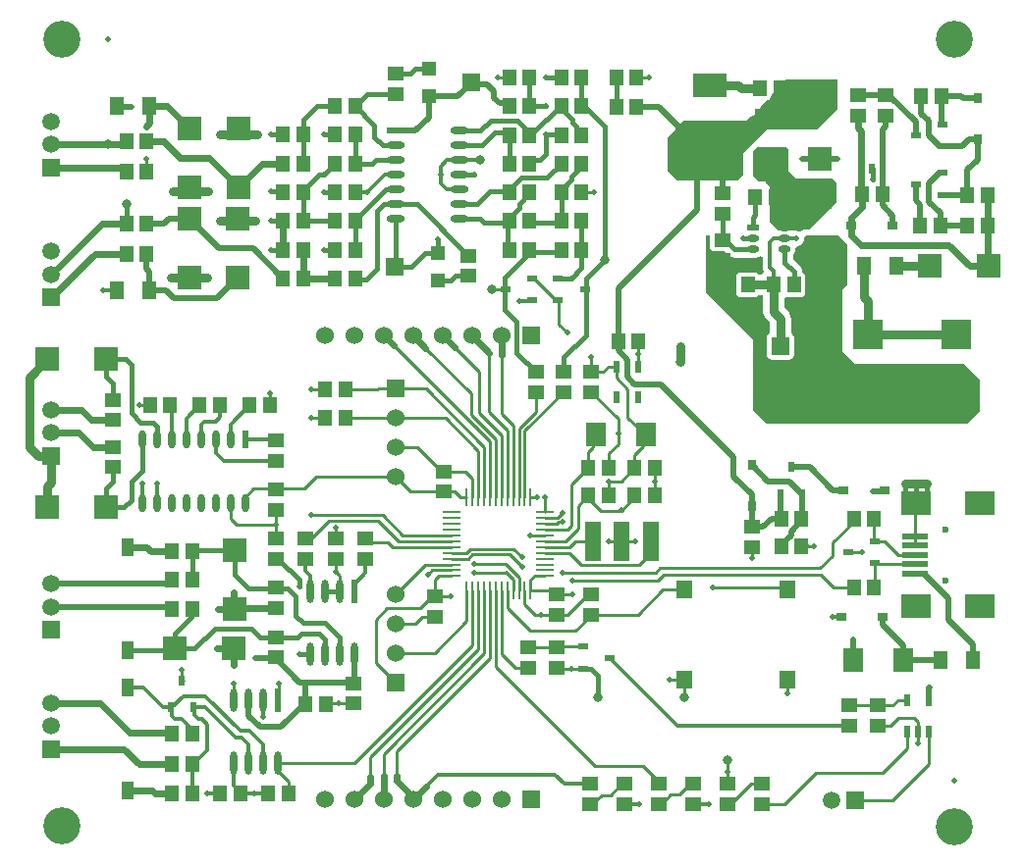
<source format=gtl>
G04 Layer_Physical_Order=1*
G04 Layer_Color=12566272*
%FSLAX25Y25*%
%MOIN*%
G70*
G01*
G75*
%ADD10C,0.03150*%
%ADD11R,0.04331X0.05905*%
%ADD12R,0.04724X0.06496*%
%ADD13R,0.04528X0.05315*%
%ADD14R,0.07874X0.07874*%
%ADD15R,0.05315X0.04528*%
%ADD16R,0.05905X0.06299*%
%ADD17R,0.04724X0.04724*%
%ADD18R,0.07874X0.07874*%
%ADD19R,0.03543X0.02362*%
%ADD20R,0.06299X0.02362*%
%ADD21O,0.06299X0.02362*%
%ADD22R,0.11811X0.07874*%
%ADD23R,0.02362X0.03543*%
%ADD24R,0.03347X0.02953*%
%ADD25R,0.02953X0.03347*%
%ADD26O,0.04134X0.02362*%
%ADD27R,0.04134X0.02362*%
%ADD28R,0.11024X0.07087*%
%ADD29R,0.06693X0.07874*%
%ADD30R,0.05512X0.13386*%
%ADD31R,0.01968X0.03937*%
%ADD32R,0.05512X0.05905*%
%ADD33R,0.09842X0.07874*%
%ADD34R,0.09055X0.01968*%
%ADD35R,0.02362X0.07874*%
%ADD36O,0.02362X0.07874*%
%ADD37O,0.02362X0.06299*%
%ADD38R,0.02362X0.06299*%
%ADD39O,0.06102X0.00984*%
%ADD40O,0.00984X0.06102*%
%ADD41C,0.01968*%
%ADD42C,0.01968*%
%ADD43C,0.01575*%
%ADD44C,0.01181*%
%ADD45C,0.01000*%
%ADD46C,0.02362*%
%ADD47C,0.03150*%
%ADD48C,0.00787*%
%ADD49C,0.00984*%
%ADD50C,0.12598*%
%ADD51R,0.05905X0.05905*%
%ADD52C,0.05905*%
%ADD53R,0.05905X0.05905*%
%ADD54R,0.09842X0.09842*%
%ADD55C,0.09842*%
%ADD56C,0.06000*%
%ADD57R,0.06000X0.06000*%
%ADD58R,0.06000X0.06000*%
%ADD59C,0.02362*%
G36*
X291042Y231005D02*
X291048Y230990D01*
X291553Y230332D01*
X292520Y229366D01*
Y217323D01*
X292520Y215748D01*
X290551Y213779D01*
Y193307D01*
X294882Y188976D01*
X332087Y188976D01*
X337402Y183661D01*
X337402Y179134D01*
X337402Y173003D01*
X333465Y168504D01*
X264961D01*
X260236Y173228D01*
Y197244D01*
X244488Y212992D01*
Y232677D01*
X245737D01*
Y228740D01*
X245859Y228126D01*
X246207Y227605D01*
X246728Y227257D01*
X247342Y227134D01*
X250824D01*
X252168Y225790D01*
X252744Y225349D01*
X253414Y225071D01*
X254134Y224976D01*
X261221D01*
X261940Y225071D01*
X262610Y225349D01*
X262773Y225474D01*
X263561Y225085D01*
Y221654D01*
X263649Y220986D01*
X263906Y220363D01*
X263955Y220020D01*
X263373Y219322D01*
X262108D01*
X261962Y219541D01*
X261441Y219889D01*
X260827Y220011D01*
X256299D01*
X255685Y219889D01*
X255164Y219541D01*
X254816Y219020D01*
X254694Y218406D01*
Y213091D01*
X254816Y212476D01*
X255164Y211955D01*
X255685Y211607D01*
X256299Y211485D01*
X260827D01*
X261441Y211607D01*
X261962Y211955D01*
X262108Y212174D01*
X263847D01*
Y206594D01*
X263969Y205669D01*
X264326Y204807D01*
X264894Y204067D01*
X266111Y202850D01*
Y199373D01*
X266071Y199365D01*
X265550Y199017D01*
X265202Y198496D01*
X265079Y197882D01*
Y191882D01*
X265202Y191268D01*
X265550Y190746D01*
X266071Y190399D01*
X266685Y190276D01*
X272685D01*
X273300Y190399D01*
X273820Y190746D01*
X274168Y191268D01*
X274291Y191882D01*
Y197882D01*
X274168Y198496D01*
X273820Y199017D01*
X273300Y199365D01*
X273259Y199373D01*
Y204331D01*
X273137Y205256D01*
X272780Y206118D01*
X272212Y206858D01*
X272212Y206858D01*
X270995Y208075D01*
Y211025D01*
X271782Y211538D01*
X272047Y211485D01*
X276575D01*
X277189Y211607D01*
X277710Y211955D01*
X278058Y212476D01*
X278181Y213091D01*
Y218406D01*
X278058Y219020D01*
X277710Y219541D01*
X277189Y219889D01*
X277091Y219909D01*
Y220177D01*
X276996Y220897D01*
X276718Y221567D01*
X276276Y222143D01*
X273941Y224478D01*
Y225735D01*
X274013Y225790D01*
X274454Y226366D01*
X274732Y227036D01*
X274827Y227756D01*
X274778Y228128D01*
X275028Y228598D01*
X275210Y228813D01*
X275392Y228941D01*
X275865Y229003D01*
X276487Y229261D01*
X277022Y229671D01*
X277432Y230205D01*
X277690Y230828D01*
X277778Y231496D01*
X277729Y231868D01*
X278247Y232655D01*
X278937D01*
X279105Y232677D01*
X289370D01*
X291042Y231005D01*
D02*
G37*
G36*
X272441Y261713D02*
Y254528D01*
X275000Y251969D01*
X287008D01*
X288583Y250394D01*
X288583Y243799D01*
X279468Y234684D01*
X279105D01*
X278975Y234658D01*
X278947Y234660D01*
X278937Y234662D01*
X278917D01*
X278843Y234667D01*
X278805Y234662D01*
X278247D01*
X278045Y234622D01*
X277840Y234621D01*
X277665Y234546D01*
X277479Y234509D01*
X277308Y234395D01*
X277119Y234315D01*
X276985Y234180D01*
X276827Y234074D01*
X276749Y233957D01*
X275943D01*
X275865Y233989D01*
X275197Y234077D01*
X273017D01*
X272767Y234181D01*
X272047Y234276D01*
X270276D01*
X269556Y234181D01*
X269305Y234077D01*
X268974D01*
X265945Y237106D01*
Y248819D01*
X266142Y249016D01*
X264764Y250394D01*
Y250787D01*
X262500D01*
X260433Y252854D01*
Y261138D01*
X261894Y262598D01*
X271555D01*
X272441Y261713D01*
D02*
G37*
G36*
X288976Y275590D02*
X281890Y268504D01*
X264961Y268504D01*
X257087Y260630D01*
X257087Y253150D01*
X255118Y251181D01*
X234646D01*
X231496Y254331D01*
Y265354D01*
X236614Y271654D01*
X259134Y271654D01*
X265109Y278444D01*
X265575Y278536D01*
X266096Y278884D01*
X266444Y279405D01*
X266566Y280020D01*
Y280099D01*
X271260Y285433D01*
X288976D01*
Y275590D01*
D02*
G37*
D10*
X207874Y75394D02*
D03*
X237106D02*
D03*
X251772Y54331D02*
D03*
X235827Y189370D02*
D03*
X210039Y224213D02*
D03*
X171555Y214173D02*
D03*
X41437Y263386D02*
D03*
X47736Y243209D02*
D03*
X167717Y258169D02*
D03*
D11*
X48031Y78937D02*
D03*
Y43898D02*
D03*
Y126575D02*
D03*
Y91535D02*
D03*
D12*
X324016Y88287D02*
D03*
X335039D02*
D03*
X55512Y276575D02*
D03*
X44488D02*
D03*
X55512Y213779D02*
D03*
X44488D02*
D03*
X298031Y222047D02*
D03*
X309055D02*
D03*
D13*
X100787Y266732D02*
D03*
X107677D02*
D03*
X100787Y256968D02*
D03*
X107677D02*
D03*
X100787Y247205D02*
D03*
X107677D02*
D03*
Y237441D02*
D03*
X100787D02*
D03*
Y227677D02*
D03*
X107677D02*
D03*
X100787Y217913D02*
D03*
X107677D02*
D03*
X118453Y276433D02*
D03*
X125343D02*
D03*
Y266732D02*
D03*
X118453D02*
D03*
Y256968D02*
D03*
X125343D02*
D03*
Y247205D02*
D03*
X118453D02*
D03*
Y237441D02*
D03*
X125343D02*
D03*
Y227677D02*
D03*
X118453D02*
D03*
Y217913D02*
D03*
X125343D02*
D03*
X47638Y264370D02*
D03*
X54527D02*
D03*
X47638Y254134D02*
D03*
X54527D02*
D03*
X47638Y236614D02*
D03*
X54528D02*
D03*
X47638Y226279D02*
D03*
X54527D02*
D03*
X177559Y286319D02*
D03*
X184449D02*
D03*
X195276D02*
D03*
X202165D02*
D03*
X177559Y276433D02*
D03*
X184449D02*
D03*
Y266682D02*
D03*
X177559D02*
D03*
X184449Y256931D02*
D03*
X177559D02*
D03*
X202165Y276433D02*
D03*
X195276D02*
D03*
Y266682D02*
D03*
X202165D02*
D03*
Y256931D02*
D03*
X195276D02*
D03*
X213976Y286319D02*
D03*
X220866D02*
D03*
X213976Y276181D02*
D03*
X220866D02*
D03*
X202165Y247180D02*
D03*
X195276D02*
D03*
X202165Y237428D02*
D03*
X195276D02*
D03*
X202165Y227677D02*
D03*
X195276D02*
D03*
X184449Y247180D02*
D03*
X177559D02*
D03*
X184449Y237428D02*
D03*
X177559D02*
D03*
X184449Y227677D02*
D03*
X177559D02*
D03*
X251673Y215748D02*
D03*
X258563D02*
D03*
X274311D02*
D03*
X267421D02*
D03*
X268012Y245669D02*
D03*
X261122D02*
D03*
X297342Y246457D02*
D03*
X304232D02*
D03*
X324311Y279921D02*
D03*
X317421D02*
D03*
X340059Y246063D02*
D03*
X333169D02*
D03*
X323917Y235827D02*
D03*
X317028D02*
D03*
X340059D02*
D03*
X333169D02*
D03*
X262697Y282677D02*
D03*
X269587D02*
D03*
X204429Y153543D02*
D03*
X211319D02*
D03*
X220177D02*
D03*
X227067D02*
D03*
X211319Y144095D02*
D03*
X204429D02*
D03*
X227067D02*
D03*
X220177D02*
D03*
X221457Y196555D02*
D03*
X214567D02*
D03*
X301476Y136221D02*
D03*
X294587D02*
D03*
X276870Y126772D02*
D03*
X269980D02*
D03*
X276870Y136221D02*
D03*
X269980D02*
D03*
X301476Y112894D02*
D03*
X294587D02*
D03*
X63090Y42913D02*
D03*
X69980D02*
D03*
Y53018D02*
D03*
X63090D02*
D03*
X69980Y63123D02*
D03*
X63090D02*
D03*
X69980Y105512D02*
D03*
X63090D02*
D03*
X69980Y115354D02*
D03*
X63090D02*
D03*
Y125197D02*
D03*
X69980D02*
D03*
X108366Y73327D02*
D03*
X115256D02*
D03*
X79429Y42913D02*
D03*
X86319D02*
D03*
X95768D02*
D03*
X102657D02*
D03*
X89468Y174803D02*
D03*
X96358D02*
D03*
X79429D02*
D03*
X72539D02*
D03*
X62500D02*
D03*
X55610D02*
D03*
X121949Y170472D02*
D03*
X115059D02*
D03*
X121949Y180315D02*
D03*
X115059D02*
D03*
D14*
X69193Y248858D02*
D03*
Y268858D02*
D03*
X85728Y268858D02*
D03*
Y248858D02*
D03*
X69193Y218150D02*
D03*
Y238150D02*
D03*
X85335D02*
D03*
Y218150D02*
D03*
X283071Y225433D02*
D03*
Y245433D02*
D03*
Y258504D02*
D03*
Y278504D02*
D03*
X84252Y125354D02*
D03*
Y105354D02*
D03*
D15*
X138878Y280610D02*
D03*
Y287500D02*
D03*
X163854Y225594D02*
D03*
Y218705D02*
D03*
X204921Y46063D02*
D03*
Y39173D02*
D03*
X216634Y46063D02*
D03*
Y39173D02*
D03*
X228346Y46063D02*
D03*
Y39173D02*
D03*
X240059Y46063D02*
D03*
Y39173D02*
D03*
X251772Y46063D02*
D03*
Y39173D02*
D03*
X263484D02*
D03*
Y46063D02*
D03*
X250000Y246752D02*
D03*
Y239862D02*
D03*
Y231004D02*
D03*
Y224114D02*
D03*
X295965Y273327D02*
D03*
Y280217D02*
D03*
X305512Y273327D02*
D03*
Y280217D02*
D03*
X186614Y179232D02*
D03*
Y186122D02*
D03*
X196063Y179232D02*
D03*
Y186122D02*
D03*
X205512Y179232D02*
D03*
Y186122D02*
D03*
X292913Y72736D02*
D03*
Y65847D02*
D03*
X302658Y72736D02*
D03*
Y65847D02*
D03*
X184153Y85532D02*
D03*
Y92421D02*
D03*
X193701Y85532D02*
D03*
Y92421D02*
D03*
Y103642D02*
D03*
Y110531D02*
D03*
X205217Y103642D02*
D03*
Y110531D02*
D03*
X259941Y126476D02*
D03*
Y133366D02*
D03*
X124705Y73425D02*
D03*
Y80315D02*
D03*
X128740Y129429D02*
D03*
Y122539D02*
D03*
X118635Y129429D02*
D03*
Y122539D02*
D03*
X108530Y129429D02*
D03*
Y122539D02*
D03*
X98425Y129429D02*
D03*
Y122539D02*
D03*
X152362Y102854D02*
D03*
Y109744D02*
D03*
X98425Y89075D02*
D03*
Y95965D02*
D03*
X43012Y176673D02*
D03*
Y169783D02*
D03*
X42913Y153740D02*
D03*
Y160630D02*
D03*
X98425Y162894D02*
D03*
Y156004D02*
D03*
Y146161D02*
D03*
Y139272D02*
D03*
Y112697D02*
D03*
Y105807D02*
D03*
X155512Y152264D02*
D03*
Y145374D02*
D03*
D16*
X164862Y284449D02*
D03*
X138787Y221925D02*
D03*
D17*
X150295Y289173D02*
D03*
Y279724D02*
D03*
X153354Y217201D02*
D03*
Y226650D02*
D03*
D18*
X40709Y140059D02*
D03*
X20709D02*
D03*
X40709Y190551D02*
D03*
X20709D02*
D03*
X320315Y222047D02*
D03*
X340315D02*
D03*
X64016Y92126D02*
D03*
X84016D02*
D03*
D19*
X194193Y217913D02*
D03*
Y210433D02*
D03*
X203248Y214173D02*
D03*
X185531Y210433D02*
D03*
Y217913D02*
D03*
X176476Y214173D02*
D03*
X324606Y262795D02*
D03*
Y270276D02*
D03*
X315551Y266535D02*
D03*
X324606Y246260D02*
D03*
Y253740D02*
D03*
X315551Y250000D02*
D03*
X202658Y92716D02*
D03*
Y85236D02*
D03*
X211713Y88976D02*
D03*
X301870Y121161D02*
D03*
Y128642D02*
D03*
X292815Y124902D02*
D03*
D20*
X139126Y268150D02*
D03*
D21*
Y263150D02*
D03*
Y258150D02*
D03*
Y253150D02*
D03*
Y248150D02*
D03*
Y243150D02*
D03*
Y238150D02*
D03*
X160583Y268150D02*
D03*
Y263150D02*
D03*
Y258150D02*
D03*
Y253150D02*
D03*
Y248150D02*
D03*
Y243150D02*
D03*
Y238150D02*
D03*
D22*
X245669Y283465D02*
D03*
Y259842D02*
D03*
D23*
X304528Y264370D02*
D03*
X297047D02*
D03*
X300787Y255315D02*
D03*
X269587Y144685D02*
D03*
X277067D02*
D03*
X273327Y153740D02*
D03*
X62795Y72244D02*
D03*
X70276D02*
D03*
X66535Y81299D02*
D03*
D24*
X307776Y235827D02*
D03*
X293799D02*
D03*
X290453Y102756D02*
D03*
X304429D02*
D03*
X305020Y145866D02*
D03*
X291043D02*
D03*
D25*
X336614Y279035D02*
D03*
Y265059D02*
D03*
X259941Y140551D02*
D03*
Y154528D02*
D03*
D26*
X271161Y235236D02*
D03*
Y231496D02*
D03*
Y227756D02*
D03*
X260335D02*
D03*
Y231496D02*
D03*
D27*
Y235236D02*
D03*
D28*
X266535Y272244D02*
D03*
Y257677D02*
D03*
D29*
X224114Y164961D02*
D03*
X207185D02*
D03*
X294390Y88189D02*
D03*
X311319D02*
D03*
D30*
X225689Y128543D02*
D03*
X215846D02*
D03*
X206004D02*
D03*
D31*
X221457Y187992D02*
D03*
X217717D02*
D03*
X213976D02*
D03*
Y177362D02*
D03*
X221457D02*
D03*
X312697Y63976D02*
D03*
X316437D02*
D03*
X320177D02*
D03*
Y74606D02*
D03*
X312697D02*
D03*
D32*
X272146Y81595D02*
D03*
Y112303D02*
D03*
X237106Y81595D02*
D03*
Y112303D02*
D03*
D33*
X315846Y141437D02*
D03*
Y106398D02*
D03*
X337500D02*
D03*
Y141437D02*
D03*
D34*
X315453Y130217D02*
D03*
Y127067D02*
D03*
Y123917D02*
D03*
Y120768D02*
D03*
Y117619D02*
D03*
D35*
X98976Y74410D02*
D03*
X124961Y111417D02*
D03*
D36*
X83976Y74410D02*
D03*
X93976D02*
D03*
X88976D02*
D03*
X93976Y53150D02*
D03*
X83976D02*
D03*
X98976D02*
D03*
X88976D02*
D03*
X114961Y90158D02*
D03*
X124961D02*
D03*
X109961D02*
D03*
X119961D02*
D03*
X114961Y111417D02*
D03*
X119961D02*
D03*
X109961D02*
D03*
D37*
X52973Y141634D02*
D03*
X57973D02*
D03*
X62972D02*
D03*
X67972D02*
D03*
X72973D02*
D03*
X77973D02*
D03*
X82973D02*
D03*
X87972D02*
D03*
X52973Y163091D02*
D03*
X57973D02*
D03*
X62972D02*
D03*
X67972D02*
D03*
X72973D02*
D03*
X77973D02*
D03*
X82973D02*
D03*
D38*
X87972D02*
D03*
D39*
X189862Y116732D02*
D03*
Y118701D02*
D03*
Y120669D02*
D03*
Y122638D02*
D03*
Y124606D02*
D03*
Y126575D02*
D03*
Y128543D02*
D03*
Y130512D02*
D03*
Y132480D02*
D03*
Y134449D02*
D03*
Y136417D02*
D03*
Y138386D02*
D03*
X158169D02*
D03*
Y136417D02*
D03*
Y134449D02*
D03*
Y132480D02*
D03*
Y130512D02*
D03*
Y128543D02*
D03*
Y126575D02*
D03*
Y124606D02*
D03*
Y122638D02*
D03*
Y120669D02*
D03*
Y118701D02*
D03*
Y116732D02*
D03*
D40*
X184843Y143405D02*
D03*
X182874D02*
D03*
X180905D02*
D03*
X178937D02*
D03*
X176969D02*
D03*
X175000D02*
D03*
X173031D02*
D03*
X171063D02*
D03*
X169095D02*
D03*
X167126D02*
D03*
X165157D02*
D03*
X163189D02*
D03*
Y111713D02*
D03*
X165157D02*
D03*
X167126D02*
D03*
X169095D02*
D03*
X171063D02*
D03*
X173031D02*
D03*
X175000D02*
D03*
X176969D02*
D03*
X178937D02*
D03*
X180905D02*
D03*
X182874D02*
D03*
X184843D02*
D03*
D41*
X328740Y47244D02*
D03*
X41339Y299213D02*
D03*
X235039Y259842D02*
D03*
X288976Y258661D02*
D03*
X277165D02*
D03*
X290945Y225433D02*
D03*
X277008D02*
D03*
X301181Y145669D02*
D03*
X294390Y95177D02*
D03*
X221457Y192028D02*
D03*
X214567Y165157D02*
D03*
X118701Y118110D02*
D03*
Y133071D02*
D03*
X66535Y84744D02*
D03*
X106299Y113091D02*
D03*
X259941Y122736D02*
D03*
X281102Y126870D02*
D03*
X277165Y140945D02*
D03*
X260039Y137303D02*
D03*
X198721Y217913D02*
D03*
X227067Y149016D02*
D03*
X206398Y247244D02*
D03*
X92028Y266933D02*
D03*
X96752Y227658D02*
D03*
X54429Y269685D02*
D03*
X54528Y258661D02*
D03*
X62835Y218150D02*
D03*
X75157D02*
D03*
X114567Y227658D02*
D03*
X154232Y253150D02*
D03*
X110236Y170374D02*
D03*
X272146Y76772D02*
D03*
X39665Y213779D02*
D03*
X49409Y276083D02*
D03*
X119587Y73622D02*
D03*
X231988Y81595D02*
D03*
X211417Y149016D02*
D03*
X195669Y118012D02*
D03*
X198917Y115256D02*
D03*
X197244Y199508D02*
D03*
X205512Y191240D02*
D03*
X316535Y59744D02*
D03*
X251772Y50197D02*
D03*
X215748Y139075D02*
D03*
X246654Y112697D02*
D03*
X320276Y78937D02*
D03*
X198819Y85236D02*
D03*
X150000Y117323D02*
D03*
X188386Y103543D02*
D03*
X198917Y110531D02*
D03*
X165551Y120965D02*
D03*
Y118012D02*
D03*
X184646Y130512D02*
D03*
X110236Y180315D02*
D03*
X165846Y253150D02*
D03*
X114567Y247047D02*
D03*
Y253150D02*
D03*
X90945Y42913D02*
D03*
X157874Y109843D02*
D03*
X106299Y90158D02*
D03*
X153445Y231299D02*
D03*
X190059Y266732D02*
D03*
Y276575D02*
D03*
X96752Y237598D02*
D03*
X75335Y247441D02*
D03*
X63287D02*
D03*
X79429Y237598D02*
D03*
X91240D02*
D03*
X129429Y247047D02*
D03*
X96752Y247441D02*
D03*
X99213Y80315D02*
D03*
X91339Y88976D02*
D03*
X83976Y86378D02*
D03*
X78583Y92126D02*
D03*
X83976Y111024D02*
D03*
X78583Y105354D02*
D03*
X83976Y80315D02*
D03*
X186909Y143405D02*
D03*
X189862D02*
D03*
X195669Y138189D02*
D03*
Y135039D02*
D03*
X297244Y124902D02*
D03*
X211319Y128543D02*
D03*
X220276D02*
D03*
X181988Y119783D02*
D03*
Y123031D02*
D03*
X110433Y137402D02*
D03*
X96752Y266933D02*
D03*
X114567D02*
D03*
X79528D02*
D03*
X181004Y210335D02*
D03*
X315551Y244488D02*
D03*
X275197Y231496D02*
D03*
X300886Y251575D02*
D03*
X286457Y170866D02*
D03*
X295748D02*
D03*
X305039D02*
D03*
X314331D02*
D03*
X323622D02*
D03*
Y187402D02*
D03*
X314331D02*
D03*
X305039D02*
D03*
X295748D02*
D03*
X288583Y193701D02*
D03*
Y203543D02*
D03*
Y213386D02*
D03*
X290945Y219685D02*
D03*
X277165Y170866D02*
D03*
X262598Y181693D02*
D03*
X255512Y204724D02*
D03*
X251181Y209055D02*
D03*
X246063Y216535D02*
D03*
X262598Y189370D02*
D03*
Y174016D02*
D03*
X260630Y200394D02*
D03*
X51968Y174803D02*
D03*
X96457Y178740D02*
D03*
X98425Y134153D02*
D03*
X173622Y286319D02*
D03*
X190059D02*
D03*
X225098D02*
D03*
X258268Y282677D02*
D03*
X253543Y283465D02*
D03*
X94095Y68898D02*
D03*
X221850Y39173D02*
D03*
X245472D02*
D03*
X287402Y102756D02*
D03*
X75197Y42913D02*
D03*
X324311Y274016D02*
D03*
X319291Y148031D02*
D03*
X315748D02*
D03*
X312205D02*
D03*
X235827Y194980D02*
D03*
X257087Y231496D02*
D03*
X52953Y148130D02*
D03*
X57973D02*
D03*
X258661Y222244D02*
D03*
D42*
X283071Y258504D02*
X283228Y258661D01*
X288976D01*
X282913D02*
X283071Y258504D01*
X277165Y258661D02*
X282913D01*
X241339Y241339D02*
Y252362D01*
X214567Y214567D02*
X241339Y241339D01*
X214567Y196555D02*
Y214567D01*
X245669Y256693D02*
Y259842D01*
X241339Y252362D02*
X245669Y256693D01*
X260433Y272244D02*
X266535D01*
X248031Y259842D02*
X260433Y272244D01*
X245669Y259842D02*
X248031D01*
X235039D02*
X244587D01*
X301181Y145669D02*
X304823D01*
X294390Y88189D02*
Y95177D01*
X295965Y280217D02*
X305512D01*
X295276D02*
X295965D01*
X305512D02*
X306398D01*
X315551Y271063D01*
Y266535D02*
Y271063D01*
X273228Y131890D02*
X277165Y135827D01*
X273228Y130610D02*
Y131890D01*
X269980Y127362D02*
X273228Y130610D01*
X269980Y126772D02*
Y127362D01*
X277165Y135827D02*
Y140945D01*
Y135039D02*
Y135827D01*
X277067Y141043D02*
X277165Y140945D01*
X277067Y141043D02*
Y144685D01*
X276870Y134744D02*
X277165Y135039D01*
X276870Y134744D02*
Y136221D01*
X253740Y150591D02*
Y157185D01*
X228937Y181988D02*
X253740Y157185D01*
Y150591D02*
X259941Y144390D01*
Y140551D02*
Y144390D01*
X273327Y153740D02*
X279626D01*
X287500Y145866D01*
X291043D01*
X272736Y149016D02*
X277067Y144685D01*
X265453Y149016D02*
X272736D01*
X259941Y154528D02*
X265453Y149016D01*
X266634Y136221D02*
X269980D01*
X263779Y133366D02*
X266634Y136221D01*
X259941Y133366D02*
X263779D01*
X269587Y136614D02*
X269980Y136221D01*
X269587Y136614D02*
Y144685D01*
X259941Y133366D02*
X260039Y133465D01*
Y137303D01*
X259941Y137402D02*
X260039Y137303D01*
X259941Y137402D02*
Y140551D01*
X244587Y259842D02*
X245669D01*
X228248Y276181D02*
X244587Y259842D01*
X220866Y276181D02*
X228248D01*
X90551Y228150D02*
X100787Y217913D01*
X61968Y238150D02*
X69193D01*
X60433Y236614D02*
X61968Y238150D01*
X54528Y236614D02*
X60433D01*
X78504Y211319D02*
X85335Y218150D01*
X63583Y211319D02*
X78504D01*
X61122Y213779D02*
X63583Y211319D01*
X55512Y213779D02*
X61122D01*
X55512D02*
Y220079D01*
X54527Y221063D02*
X55512Y220079D01*
X54527Y221063D02*
Y226279D01*
X326772Y101870D02*
Y109350D01*
X318503Y117619D02*
X326772Y109350D01*
X315453Y117619D02*
X318503D01*
X326772Y101870D02*
X335039Y93602D01*
Y88287D02*
Y93602D01*
X311319Y88189D02*
X311417Y88287D01*
X324016D01*
X311319Y88189D02*
Y93307D01*
X304429Y100197D02*
X311319Y93307D01*
X304429Y100197D02*
Y102756D01*
X44488Y276575D02*
X44980Y276083D01*
X49409D01*
X320177Y74606D02*
Y78839D01*
X150295Y272638D02*
Y279724D01*
X145807Y268150D02*
X150295Y272638D01*
X139126Y268150D02*
X145807D01*
X150295Y279724D02*
X160138D01*
X164272Y283858D02*
X170177D01*
X160138Y279724D02*
X164272Y283858D01*
X174311Y277362D02*
X177559D01*
X172441Y279232D02*
X174311Y277362D01*
X172441Y279232D02*
Y281594D01*
X170177Y283858D02*
X172441Y281594D01*
X91339Y88976D02*
X97933D01*
X98032Y89075D01*
X124961Y80847D02*
X125197Y80610D01*
X124961Y80847D02*
Y90158D01*
X88976Y69291D02*
Y74410D01*
X108366Y73622D02*
Y80512D01*
X108268Y80610D02*
X108366Y80512D01*
X108268Y80610D02*
X125197D01*
X98032Y89075D02*
X106496Y80610D01*
X108268D01*
X250000Y246752D02*
Y251575D01*
X249213Y252362D02*
X250000Y251575D01*
X249213Y252362D02*
Y256299D01*
X245669Y259842D02*
X249213Y256299D01*
X214567Y193405D02*
Y196555D01*
Y193405D02*
X217717Y190256D01*
Y187992D02*
Y190256D01*
Y184449D02*
Y187992D01*
Y184449D02*
X220177Y181988D01*
X228937D01*
X324803Y246063D02*
X333169D01*
X324606Y246260D02*
X324803Y246063D01*
X324016Y246260D02*
X324606D01*
X333661Y265059D02*
X336614D01*
X331398Y262795D02*
X333661Y265059D01*
X324606Y262795D02*
X331398D01*
X331791Y279035D02*
X336614D01*
X330906Y279921D02*
X331791Y279035D01*
X324311Y279921D02*
X330906D01*
X324311Y270571D02*
X324606Y270276D01*
X317421Y274016D02*
Y279921D01*
Y274016D02*
X319980Y271457D01*
X315453Y249902D02*
X315551Y250000D01*
X315453Y249902D02*
X315551Y249803D01*
Y244488D02*
Y249803D01*
Y244488D02*
X317028Y243012D01*
Y235827D02*
Y243012D01*
X281850Y278504D02*
X283071D01*
X275591Y272244D02*
X281850Y278504D01*
X266535Y272244D02*
X275591D01*
X269587Y279429D02*
Y282677D01*
X266535Y276378D02*
X269587Y279429D01*
X266535Y272244D02*
Y276378D01*
X305512Y269488D02*
Y273327D01*
X304528Y268504D02*
X305512Y269488D01*
X304528Y264370D02*
Y268504D01*
Y246752D02*
Y264370D01*
X304232Y246457D02*
X304528Y246752D01*
X304232Y242815D02*
Y246457D01*
Y242815D02*
X307776Y239272D01*
Y235827D02*
Y239272D01*
X333169Y246063D02*
Y254724D01*
X336614Y258169D01*
Y265059D01*
X319980Y266437D02*
Y271457D01*
Y266437D02*
X323622Y262795D01*
X324606D01*
X323917Y235827D02*
X333169D01*
X323917D02*
Y240059D01*
X320079Y243898D02*
X323917Y240059D01*
X320079Y243898D02*
Y250197D01*
X323622Y253740D01*
X324606D01*
X88976Y69291D02*
X92913Y65354D01*
X100098D01*
X108366Y73622D01*
X324311Y270571D02*
Y274016D01*
Y279921D01*
X69193Y238150D02*
X79193Y228150D01*
X90551D01*
X22047Y114173D02*
X61910D01*
X62697Y114961D01*
X22047Y106299D02*
X62008D01*
X62795Y105512D01*
D43*
X254134Y227756D02*
X260335D01*
X250886Y231004D02*
X254134Y227756D01*
X250000Y231004D02*
X250886D01*
X268012Y237303D02*
Y245669D01*
Y250984D01*
X266535Y252461D02*
X268012Y250984D01*
X266535Y252461D02*
Y257677D01*
X202658Y85236D02*
X205413D01*
X207874Y82776D01*
Y75394D02*
Y82776D01*
X106299Y113091D02*
Y115354D01*
X99114Y122539D02*
X106299Y115354D01*
X98425Y122539D02*
X99114D01*
X202165Y221358D02*
Y236811D01*
X198721Y217913D02*
X202165Y221358D01*
X42913Y148721D02*
Y154823D01*
X40709Y146516D02*
X42913Y148721D01*
X40709Y140059D02*
Y146516D01*
X49213Y142618D02*
Y148819D01*
X46654Y140059D02*
X49213Y142618D01*
X40709Y140059D02*
X46654D01*
X49213Y148819D02*
X52973Y152579D01*
X213976Y276181D02*
Y286319D01*
X171358Y271654D02*
X180315D01*
X167854Y268150D02*
X171358Y271654D01*
X96752Y227658D02*
X100768D01*
X112894Y253150D02*
X114634D01*
X107677Y247933D02*
X112894Y253150D01*
X107677Y237598D02*
Y247933D01*
X114634Y253150D02*
X118453Y256968D01*
X203543Y198524D02*
Y214173D01*
X196063Y191043D02*
X203543Y198524D01*
X196063Y186122D02*
Y191043D01*
X160583Y253150D02*
X165846D01*
X114567Y227618D02*
X118453D01*
X125343Y217618D02*
X129134D01*
X132579Y221063D01*
Y240748D01*
X134980Y243150D01*
X139126D01*
X149189Y226650D02*
X153354D01*
X144465Y221925D02*
X149189Y226650D01*
X138787Y221925D02*
X144465D01*
X139126Y222264D02*
Y238150D01*
X138787Y221925D02*
X139126Y222264D01*
X125343Y227618D02*
Y237618D01*
Y237842D01*
X135650Y248150D01*
X139126D01*
X125221Y276433D02*
X131791Y269862D01*
Y265945D02*
Y269862D01*
Y265945D02*
X134587Y263150D01*
X139126D01*
X125221Y257110D02*
Y266933D01*
X125000Y256890D02*
X125221Y257110D01*
X125000Y256890D02*
X131004D01*
X132264Y258150D01*
X139126D01*
X153354Y217201D02*
X157850D01*
X159354Y218705D01*
X163854D01*
X112358Y276433D02*
X118331D01*
X107677Y271752D02*
X112358Y276433D01*
X107677Y266732D02*
Y271752D01*
Y256890D02*
Y266732D01*
X107697Y237618D02*
X118453D01*
X107677Y237598D02*
X107697Y237618D01*
X283071Y245433D02*
Y245669D01*
X42913Y178248D02*
Y182283D01*
X40709Y184488D02*
X42913Y182283D01*
X40709Y184488D02*
Y190551D01*
X57973Y163091D02*
Y167618D01*
X52973Y152579D02*
Y163091D01*
X49213Y172047D02*
X52362Y168898D01*
X56693D01*
X57973Y167618D01*
X114961Y90158D02*
Y95276D01*
X112992Y97244D02*
X114961Y95276D01*
X107087Y97244D02*
X112992D01*
X105807Y95965D02*
X107087Y97244D01*
X98032Y95965D02*
X105807D01*
X119961Y90158D02*
Y95787D01*
X105118Y103150D02*
Y109843D01*
X102461Y112500D02*
X105118Y109843D01*
X89075Y112500D02*
X102461D01*
X84252Y117323D02*
X89075Y112500D01*
X84252Y117323D02*
Y125354D01*
X70138D02*
X84252D01*
X69980Y125197D02*
X70138Y125354D01*
X69980Y115354D02*
Y125197D01*
X69587Y114961D02*
X69980Y115354D01*
X69685Y102756D02*
Y105512D01*
X64016Y97087D02*
X69685Y102756D01*
X64016Y92126D02*
Y97087D01*
Y92126D02*
X70866D01*
X77559Y98819D01*
X90158D01*
X93012Y95965D01*
X98032D01*
X48031Y91535D02*
X63425D01*
X64016Y92126D01*
X114961Y111417D02*
X119961D01*
X106299Y90158D02*
X109961D01*
X160583Y243150D02*
X166870D01*
X171161Y247441D01*
X177165D01*
X160583Y238150D02*
X167854D01*
X169193Y236811D01*
X177165D01*
X177165Y226969D02*
Y236811D01*
X177165Y236811D01*
X184055Y226969D02*
X194882D01*
X195276Y226575D01*
X184055Y236811D02*
X195276D01*
X195276Y236811D01*
X153354Y226650D02*
Y231209D01*
X153445Y231299D01*
X40709Y190551D02*
X47244D01*
X49213Y188583D01*
Y172047D02*
Y188583D01*
X129398Y280610D02*
X138878D01*
X125221Y276433D02*
X129398Y280610D01*
X160583Y268150D02*
X167854D01*
X160583Y263150D02*
X168366D01*
X172736Y267520D01*
X177559D01*
Y258071D02*
Y267520D01*
X202165Y277362D02*
Y287992D01*
X184449Y258071D02*
X188091D01*
X190059Y260039D01*
Y266732D01*
X185236Y276575D02*
X190059D01*
X184449Y277362D02*
X185236Y276575D01*
X184449Y277362D02*
Y287598D01*
X190059Y266732D02*
X194783D01*
X96752Y247441D02*
X99606D01*
X250000Y231004D02*
Y239862D01*
X260335Y235236D02*
Y238681D01*
X261122Y239469D01*
Y245669D01*
X274311Y215748D02*
Y220177D01*
X271161Y223327D02*
X274311Y220177D01*
X271161Y223327D02*
Y227756D01*
X114567Y266933D02*
X118331D01*
X202165Y277362D02*
X210039Y269488D01*
X203543Y214173D02*
Y217717D01*
X210039Y224213D01*
Y269488D01*
X175984Y218110D02*
X184055Y226181D01*
Y226969D01*
X194488Y217913D02*
X198721D01*
X257087Y231496D02*
X260335D01*
X190059Y286319D02*
X195276D01*
X315748Y141536D02*
Y148031D01*
X319291Y144882D02*
Y148031D01*
X312205Y145079D02*
Y148031D01*
Y145079D02*
X315748Y141536D01*
X315846Y141437D01*
X266535Y257677D02*
X268406D01*
X195276Y275590D02*
X198917Y271949D01*
Y270768D02*
Y271949D01*
Y270768D02*
X202165Y267520D01*
X180315Y271654D02*
X185187Y266781D01*
X195276Y276870D01*
Y275590D02*
Y276870D01*
X177165Y247441D02*
X181791Y252067D01*
X190453D01*
X195669Y257283D01*
X184055Y246358D02*
Y247441D01*
X181004Y243307D02*
X184055Y246358D01*
X177165Y236811D02*
Y237992D01*
X181004Y241831D01*
Y243307D01*
X195276Y247180D02*
Y247835D01*
Y246752D02*
X195489Y246966D01*
X195276Y236811D02*
Y237428D01*
Y246752D01*
Y247835D02*
X198819Y251378D01*
Y252658D01*
X202559Y256398D01*
X180118Y192618D02*
X186614Y186122D01*
X180118Y192618D02*
Y203150D01*
X175984Y207283D02*
X180118Y203150D01*
X139126Y243150D02*
X146299D01*
X163854Y225594D01*
X96752Y266933D02*
X100587D01*
X100787Y266732D01*
X96752Y237598D02*
X96909Y237441D01*
X96752Y237598D02*
X100630D01*
X100787Y237441D01*
X114567Y247047D02*
X118504D01*
X138878Y287500D02*
X143996D01*
X145669Y289173D01*
X150295D01*
X105118Y103150D02*
X107579Y100689D01*
X115059D01*
X119961Y95787D01*
X300886Y251575D02*
Y255217D01*
X47736Y236713D02*
Y243209D01*
X175984Y207283D02*
Y214173D01*
Y218110D01*
D44*
X283071Y239370D02*
Y245433D01*
X278937Y235236D02*
X283071Y239370D01*
X271161Y235236D02*
X278937D01*
X270079D02*
X271161D01*
X268012Y237303D02*
X270079Y235236D01*
X62972Y163091D02*
Y174331D01*
X62500Y174803D02*
X62972Y174331D01*
X154232Y250197D02*
Y255984D01*
Y250197D02*
X156280Y248150D01*
X156398Y258150D02*
X160583D01*
X154232Y255984D02*
X156398Y258150D01*
X39665Y213779D02*
X44488D01*
X234842Y65847D02*
X292913D01*
X211713Y88976D02*
X234842Y65847D01*
X66929Y75984D02*
X74410D01*
X63189Y72244D02*
X66929Y75984D01*
X89370Y64173D02*
X93976Y59567D01*
Y53150D02*
Y59567D01*
X70669Y72047D02*
X74409D01*
X86614Y61811D02*
X88976Y59449D01*
Y53150D02*
Y59449D01*
X87972Y163091D02*
X97539D01*
X77973Y158642D02*
Y163091D01*
Y158642D02*
X80610Y156004D01*
X98425D01*
X72047Y68110D02*
X73228D01*
X70669Y69488D02*
X72047Y68110D01*
X70669Y69488D02*
Y72047D01*
X69980Y52362D02*
X75197Y57579D01*
Y66142D01*
X73228Y68110D02*
X75197Y66142D01*
X63189Y69095D02*
Y72244D01*
Y69095D02*
X64173Y68110D01*
X66535D01*
X70374Y64272D01*
Y63386D02*
Y64272D01*
X83976Y45551D02*
Y53150D01*
Y45551D02*
X86614Y42913D01*
X90945D01*
X95768D01*
X48031Y78937D02*
X53347D01*
X60039Y72244D01*
X63189D01*
X69980Y42913D02*
Y52362D01*
X125394Y247047D02*
X129429D01*
X135531Y253150D01*
X139126D01*
X156280Y248150D02*
X160583D01*
X67972Y163091D02*
Y170236D01*
X72539Y174803D01*
X72973Y163091D02*
Y168248D01*
X74016Y169291D01*
X77953D01*
X79429Y170768D01*
Y174803D01*
X82973Y168307D02*
X89468Y174803D01*
X82973Y163091D02*
Y168307D01*
X124961Y111417D02*
Y113937D01*
X128740Y117717D01*
Y121358D01*
X267323Y231496D02*
X271161D01*
X267421Y215748D02*
Y220374D01*
X266142Y221654D02*
X267421Y220374D01*
X266142Y221654D02*
Y230315D01*
X267323Y231496D01*
X181004Y210335D02*
X184941D01*
X271161Y231496D02*
X275197D01*
X94095Y68898D02*
Y74291D01*
X93976Y74410D02*
X94095Y74291D01*
X74410Y75984D02*
X86221Y64173D01*
X89370D01*
X74409Y72047D02*
X84646Y61811D01*
X86614D01*
X216634Y39173D02*
X221850D01*
X240059D02*
X245472D01*
X287402Y102756D02*
X290453D01*
X75197Y42913D02*
X79429D01*
X52953Y141654D02*
X52973Y141634D01*
X52953Y141654D02*
Y148130D01*
X57973Y141634D02*
Y148130D01*
X109961Y111417D02*
Y116909D01*
X108465Y118405D02*
X109961Y116909D01*
X108465Y118405D02*
Y120768D01*
X109055Y121358D01*
X196260Y46063D02*
X204921D01*
X193110Y49213D02*
X196260Y46063D01*
X149370Y45276D02*
X153307Y49213D01*
X193110D01*
X160602Y258169D02*
X167717D01*
D45*
X283071Y245669D02*
X283071Y245669D01*
X193701Y103642D02*
X197343D01*
X204232Y110531D01*
X205217D01*
X189862Y138386D02*
Y143405D01*
X83976Y80315D02*
Y80433D01*
Y74410D02*
Y80315D01*
X304823Y145669D02*
X305020Y145866D01*
X294390Y95177D02*
X294390Y95177D01*
X221457Y187992D02*
Y192027D01*
X221457Y192028D01*
Y196555D01*
X214567Y161614D02*
Y165157D01*
Y170177D01*
X205512Y179232D02*
X214567Y170177D01*
X211319Y158366D02*
X214567Y161614D01*
X211319Y153543D02*
Y158366D01*
X118635Y118274D02*
X118799Y118110D01*
X119961Y116949D01*
X118701Y118110D02*
X118799D01*
X118635Y118274D02*
Y122539D01*
X119961Y111417D02*
Y116949D01*
X118701Y129035D02*
Y133071D01*
X118405Y128740D02*
X118701Y129035D01*
X118405Y128740D02*
X118898Y128248D01*
X116240Y135433D02*
X133071D01*
X109055Y128248D02*
X116240Y135433D01*
X133071D02*
X139961Y128543D01*
X66535Y81693D02*
Y84744D01*
Y81693D02*
X66929Y81299D01*
X259941Y122736D02*
Y126476D01*
X279035Y126870D02*
X281102D01*
X277067Y128839D02*
X279035Y126870D01*
X215650Y149016D02*
X220177Y153543D01*
X211417Y149016D02*
X215650D01*
X211417Y144783D02*
Y149016D01*
X227067Y144095D02*
Y149016D01*
Y153543D01*
X164567Y171653D02*
Y178898D01*
X202264Y246654D02*
X202854Y247244D01*
X206398D01*
X85728Y268858D02*
X87653Y266933D01*
X83803D02*
X85728Y268858D01*
X84783Y237598D02*
X85335Y238150D01*
X85886Y237598D01*
X100768Y227658D02*
X100787Y227677D01*
X54527Y258661D02*
X54528Y258661D01*
X54527Y254134D02*
Y258661D01*
X99606Y247441D02*
X100394Y246654D01*
X110236Y170374D02*
X114173D01*
X115059Y171260D01*
X138976Y170394D02*
X155984D01*
X121949Y170472D02*
X138898D01*
X138976Y170394D01*
X154626Y152264D02*
X155512D01*
X146496Y160394D02*
X154626Y152264D01*
X138976Y160394D02*
X146496D01*
X143898Y145374D02*
X155512D01*
X138878Y150394D02*
X143898Y145374D01*
X112205Y150394D02*
X138878D01*
X197343Y132480D02*
X198721Y133858D01*
X189862Y132480D02*
X197343D01*
X198721Y147835D02*
X204429Y153543D01*
X198721Y133858D02*
Y147835D01*
X200984Y140650D02*
X204429Y144095D01*
X200984Y132972D02*
Y140650D01*
X196555Y128543D02*
X200984Y132972D01*
X272146Y76772D02*
Y81595D01*
X98425Y134153D02*
Y139272D01*
Y129429D02*
Y134153D01*
X85138D02*
X98425D01*
X82973Y136319D02*
X85138Y134153D01*
X82973Y136319D02*
Y141634D01*
X138976Y100551D02*
X145630D01*
X147933Y102854D01*
X152362D01*
X124606Y73524D02*
X124705Y73425D01*
X119685Y73524D02*
X124606D01*
X119587Y73622D02*
X119685Y73524D01*
X115256Y73622D02*
X119587D01*
X283366Y117224D02*
X287697Y112894D01*
X230020Y117224D02*
X283366D01*
X228051Y115256D02*
X230020Y117224D01*
X221358Y103642D02*
X229774Y112057D01*
X236860D02*
X237106Y112303D01*
X229774Y112057D02*
X236860D01*
X231988Y81595D02*
X237106D01*
X211319Y144685D02*
X211417Y144783D01*
X193701Y110531D02*
X198917D01*
X227264Y118012D02*
X228642Y119390D01*
X195669Y118012D02*
X227264D01*
X198917Y115256D02*
X228051D01*
X202051Y120587D02*
X221768D01*
X198031Y124606D02*
X202051Y120587D01*
X189862Y124606D02*
X198031D01*
X221768Y120587D02*
X225689Y124508D01*
X194488Y202264D02*
Y210433D01*
Y202264D02*
X197244Y199508D01*
X205512Y186122D02*
Y191240D01*
X316437Y59646D02*
Y63976D01*
Y67126D01*
X314961Y68602D02*
X316437Y67126D01*
X309646Y68602D02*
X314961D01*
X306890Y65847D02*
X309646Y68602D01*
X302658Y65847D02*
X306890D01*
X316437Y59646D02*
X316535Y59744D01*
X309547Y74606D02*
X312697D01*
X307677Y72736D02*
X309547Y74606D01*
X302658Y72736D02*
X307677D01*
X292913D02*
X302658D01*
X239173Y46063D02*
X240059D01*
X235531Y42421D02*
X239173Y46063D01*
X232480Y42421D02*
X235531D01*
X229232Y39173D02*
X232480Y42421D01*
X228346Y39173D02*
X229232D01*
X259646Y46063D02*
X263484D01*
X252756Y39173D02*
X259646Y46063D01*
X251772Y39173D02*
X252756D01*
X263484D02*
X271161D01*
X281791Y49803D01*
X304232D01*
X312697Y58268D01*
Y63976D01*
X320177Y52953D02*
Y63976D01*
X307874Y40650D02*
X320177Y52953D01*
X294980Y40650D02*
X307874D01*
X251772Y46063D02*
Y50197D01*
X208661Y138976D02*
X215748D01*
X220177Y143405D01*
X215748Y138976D02*
Y139075D01*
X246654Y112697D02*
X271752D01*
X287697Y112894D02*
X294587D01*
X287451Y128199D02*
X294587Y135335D01*
X283169Y119390D02*
X287451Y123671D01*
Y128199D01*
X177657Y124114D02*
X181988Y119783D01*
X165061Y124114D02*
X177657D01*
X163585Y122638D02*
X165061Y124114D01*
X164370Y125984D02*
X179035D01*
X181988Y123031D01*
X228642Y119390D02*
X283169D01*
X205217Y103642D02*
X221358D01*
X294587Y135335D02*
Y136221D01*
X320177Y78839D02*
X320276Y78937D01*
X193701Y85532D02*
X194095Y85138D01*
X198721D01*
X198819Y85236D01*
X202658D01*
X193701Y92421D02*
X193996Y92716D01*
X202658D01*
X184153Y92421D02*
X193701D01*
X175000Y90256D02*
Y111713D01*
Y90256D02*
X179724Y85532D01*
X184153D01*
X206594Y52264D02*
X222933D01*
X173031Y85827D02*
X206594Y52264D01*
X173031Y85827D02*
Y111713D01*
X222933Y52264D02*
X228346Y46850D01*
Y46063D02*
Y46850D01*
X189862Y128543D02*
X196555D01*
X271752Y112697D02*
X272146Y112303D01*
X220177Y143405D02*
Y144095D01*
X155512Y152264D02*
X162598D01*
X165157Y149705D01*
Y143405D02*
Y149705D01*
X150000Y117323D02*
X151378Y118701D01*
X158169D01*
X182874Y107087D02*
Y111713D01*
Y107087D02*
X186417Y103543D01*
X188386D01*
X188484Y103642D01*
X193701D01*
X176969Y105807D02*
Y111713D01*
Y105807D02*
X184547Y98228D01*
X200098D01*
X205217Y103347D01*
Y103642D01*
X200098Y128543D02*
X205906D01*
X198130Y126575D02*
X200098Y128543D01*
X189862Y126575D02*
X198130D01*
X161122Y143405D02*
X163189D01*
X159153Y145374D02*
X161122Y143405D01*
X155512Y145374D02*
X159153D01*
X162992Y124606D02*
X164370Y125984D01*
X158169Y124606D02*
X162992D01*
X158169Y122638D02*
X163585D01*
X176279Y120965D02*
X180905Y116339D01*
X165551Y120965D02*
X176279D01*
X165551Y118012D02*
X176403D01*
X176502Y118110D01*
X184646Y130512D02*
X189862D01*
X176502Y118110D02*
X178937Y115675D01*
Y111713D02*
Y115675D01*
X167126Y91929D02*
Y111713D01*
X125197Y53150D02*
X165157Y93110D01*
X98976Y53150D02*
X125197D01*
X135039Y48720D02*
Y56299D01*
X169095Y90354D01*
Y111713D01*
X165157Y93110D02*
Y111713D01*
X163189Y101378D02*
Y111713D01*
X152362Y90551D02*
X163189Y101378D01*
X138976Y90551D02*
X152362D01*
X149094Y120669D02*
X158169D01*
X138976Y110551D02*
X149094Y120669D01*
X110236Y180315D02*
X115059D01*
X114075Y247047D02*
X114075Y247047D01*
X98976Y50630D02*
Y53150D01*
Y50630D02*
X102657Y46949D01*
Y42913D02*
Y46949D01*
X152362Y109744D02*
Y115354D01*
X153740Y116732D02*
X158169D01*
X152362Y115354D02*
X153740Y116732D01*
X152362Y109744D02*
X157776D01*
X157874Y109843D01*
X204429Y143209D02*
Y144095D01*
Y143209D02*
X208661Y138976D01*
X206102Y160433D02*
Y165354D01*
X204429Y158760D02*
X206102Y160433D01*
X204429Y153543D02*
Y158760D01*
X223031Y160827D02*
Y165354D01*
X220177Y157972D02*
X223031Y160827D01*
X220177Y153543D02*
Y157972D01*
X178937Y143405D02*
Y167913D01*
X175039Y171811D02*
X178937Y167913D01*
X176969Y143405D02*
Y166339D01*
X170866Y172441D02*
X176969Y166339D01*
X170866Y172441D02*
Y192598D01*
X175000Y143405D02*
Y164370D01*
X167323Y172047D02*
X175000Y164370D01*
X158967Y194498D02*
X167323Y186142D01*
X173031Y143405D02*
Y163189D01*
X164567Y171653D02*
X173031Y163189D01*
X149173Y194291D02*
X164567Y178898D01*
X167323Y172047D02*
Y186142D01*
X155984Y170394D02*
X167126Y159252D01*
Y143405D02*
Y159252D01*
X83976Y74410D02*
X84252Y74685D01*
X128740Y128248D02*
X136319D01*
X137992Y126575D01*
X158169D01*
X98976Y74410D02*
Y77323D01*
X96358Y237598D02*
X96358Y237598D01*
X100394Y246654D02*
X100787Y247047D01*
X98976Y74410D02*
X99213Y74646D01*
Y80315D01*
X108169Y146358D02*
X112205Y150394D01*
X90847Y146358D02*
X108169D01*
X87972Y141634D02*
Y143484D01*
X90847Y146358D01*
X121949Y180315D02*
X132992D01*
X133071Y180394D01*
X211319Y144095D02*
Y144685D01*
X217717Y170669D02*
X223031Y165354D01*
X217717Y170669D02*
Y180315D01*
X213976Y184055D02*
X217717Y180315D01*
X213976Y184055D02*
Y187992D01*
X205512Y186122D02*
X209350D01*
X211221Y187992D01*
X213976D01*
X180905Y111713D02*
Y116339D01*
X184843Y143405D02*
X186909D01*
X189862Y136417D02*
X193898D01*
X195669Y138189D01*
X195653Y135024D02*
X195669Y135039D01*
X194276Y135024D02*
X195653D01*
X193701Y134449D02*
X194276Y135024D01*
X189862Y134449D02*
X193701D01*
X301476Y129035D02*
Y136221D01*
Y129035D02*
X301870Y128642D01*
X292815Y124902D02*
X297244D01*
X301870Y121161D02*
X302264Y120768D01*
X315453D01*
X301870Y113287D02*
Y121161D01*
X301476Y112894D02*
X301870Y113287D01*
Y128642D02*
X305020D01*
X309744Y123917D01*
X315453D01*
X225689Y124508D02*
Y128543D01*
X211319D02*
X215846D01*
X220276D01*
X132283Y87244D02*
X138976Y80551D01*
X147441Y105709D02*
X151476Y109744D01*
X152362D01*
X132283Y87244D02*
Y101870D01*
X136122Y105709D01*
X147441D01*
X139961Y128543D02*
X158169D01*
X110433Y137402D02*
X134547D01*
X141437Y130512D01*
X158169D01*
X192520Y111713D02*
X193701Y110531D01*
X184843Y111713D02*
X192520D01*
X186221Y116732D02*
X189862D01*
X184843Y115354D02*
X186221Y116732D01*
X184843Y111713D02*
Y115354D01*
X182874Y143405D02*
Y166041D01*
X196063Y179230D01*
Y179232D01*
X180905Y143405D02*
Y166929D01*
X186614Y172638D01*
Y179232D01*
X184941Y210335D02*
X185039Y210433D01*
X184941Y210335D02*
X184941Y210335D01*
X185039Y217913D02*
X185925D01*
X193405Y210433D01*
X194488D01*
X251378Y216043D02*
X251673Y215748D01*
X264961Y170866D02*
X277165D01*
X262598Y173228D02*
Y174016D01*
X262205Y173622D02*
X264961Y170866D01*
X260630Y200394D02*
X261024D01*
X259842D02*
X260630D01*
X51968Y174803D02*
X55610D01*
X96358D02*
X96457Y174902D01*
Y178740D01*
X220866Y286319D02*
X225098D01*
X315453Y127067D02*
Y130217D01*
Y141044D01*
X315846Y141437D01*
X277165Y170866D02*
X286457D01*
X295748D01*
X305039D01*
X314331D01*
X323622D01*
X237106Y75394D02*
Y81595D01*
X251772Y50197D02*
Y54528D01*
X46654Y263386D02*
X47638Y264370D01*
X46260Y255512D02*
X47638Y254134D01*
X118504Y247047D02*
X118504Y247047D01*
X175039Y171811D02*
Y191890D01*
X173622Y286319D02*
X177559D01*
X173622Y286221D02*
X173721D01*
X288819Y225433D02*
X288976Y225590D01*
X130217Y48524D02*
Y55020D01*
X167126Y91929D01*
X133071Y180394D02*
X149331D01*
X169095Y160630D01*
Y143405D02*
Y160630D01*
X204921Y39173D02*
X205807D01*
X208957Y42323D01*
X211910D01*
X215650Y46063D01*
X216634D01*
X160583Y258150D02*
X160602Y258169D01*
X171555Y214173D02*
X175984D01*
X176476D01*
D46*
X84252Y105354D02*
Y107382D01*
X83976Y107658D02*
X84252Y107382D01*
X83976Y107658D02*
Y111024D01*
X31496Y165354D02*
X36220Y160630D01*
X42913D01*
X35728Y169783D02*
X43012D01*
X55512Y270768D02*
Y276575D01*
X54429Y269685D02*
X55512Y270768D01*
X61476Y276575D02*
X69193Y268858D01*
X55512Y276575D02*
X61476D01*
X75827Y258760D02*
X85728Y248858D01*
X65847Y258760D02*
X75827D01*
X60236Y264370D02*
X65847Y258760D01*
X54527Y264370D02*
X60236D01*
X295965Y269094D02*
X297047Y268012D01*
X295965Y269094D02*
Y273327D01*
X333957Y222047D02*
X340315D01*
X326673Y229331D02*
X333957Y222047D01*
X297047Y229331D02*
X326673D01*
X293799Y232579D02*
Y235827D01*
Y232579D02*
X297047Y229331D01*
X84252Y105354D02*
X84705Y105807D01*
X98425D01*
X32283Y173228D02*
X35728Y169783D01*
X22047Y173228D02*
X32283D01*
X48819Y63386D02*
X63484D01*
X38583Y73622D02*
X48819Y63386D01*
X22047Y73622D02*
X38583D01*
X22047Y57874D02*
X46850D01*
X48031Y43898D02*
X56496D01*
X57480Y42913D01*
X63090D01*
X107677Y217913D02*
Y227756D01*
Y217913D02*
X118157D01*
X118453Y217618D01*
X22047Y165354D02*
X31496D01*
X55905Y125197D02*
X63090D01*
X54527Y126575D02*
X55905Y125197D01*
X48031Y126575D02*
X54527D01*
X165039Y198425D02*
X170866Y192598D01*
X84016Y86378D02*
Y92126D01*
X78347D02*
X84016D01*
X78583Y105354D02*
X84252D01*
X293799Y235827D02*
Y238484D01*
X297342Y242028D01*
Y246457D01*
X297047Y264370D02*
Y268012D01*
Y247736D02*
Y264370D01*
Y247736D02*
X297342Y247441D01*
Y246457D02*
Y247441D01*
X340059Y235827D02*
Y246063D01*
X340059Y235827D02*
X340059Y235827D01*
X340059Y222303D02*
Y235827D01*
Y222303D02*
X340315Y222047D01*
X22047Y263386D02*
X46654D01*
X22047Y255512D02*
X46260D01*
X22047Y219291D02*
X39370Y236614D01*
X47638D01*
X22047Y211417D02*
X36909Y226279D01*
X47638D01*
X85728Y248858D02*
X93760Y256890D01*
X100787D01*
X100787Y227756D02*
Y237441D01*
X145039Y198425D02*
X149173Y194291D01*
X155039Y198425D02*
X158967Y194498D01*
X175039Y191890D02*
Y198425D01*
X46850Y57874D02*
X51968Y52756D01*
X63484D01*
X135039Y40945D02*
Y48720D01*
X125039Y40945D02*
X130217Y46122D01*
Y48524D01*
X145039Y40945D02*
Y41673D01*
X139469Y47244D02*
X145039Y41673D01*
X139469Y47244D02*
Y48720D01*
X135039Y198425D02*
X138435Y195029D01*
X145039Y40945D02*
X149370Y45276D01*
D47*
X87653Y266933D02*
X92028D01*
X79528D02*
X83803D01*
X63287Y247441D02*
X75335D01*
X79429Y237598D02*
X84783D01*
X85886D02*
X91240D01*
X62835Y218150D02*
X69193D01*
X75157D01*
X258563Y215748D02*
X267421D01*
X269685Y194882D02*
Y204331D01*
X267421Y206594D02*
X269685Y204331D01*
X267421Y206594D02*
Y215748D01*
X309055Y222047D02*
X320315D01*
X299528Y198819D02*
X329528D01*
X299528D02*
Y210020D01*
X298031Y211516D02*
X299528Y210020D01*
X298031Y211516D02*
Y222047D01*
X255512Y283465D02*
X256299Y282677D01*
X258268D01*
X259055D02*
X262697D01*
X253543Y283465D02*
X255512D01*
X245669D02*
X253543D01*
X20709Y140059D02*
Y147087D01*
X22047Y148425D01*
Y157480D01*
X20709Y190394D02*
Y190551D01*
X14567Y184252D02*
X20709Y190394D01*
X14567Y160630D02*
Y184252D01*
Y160630D02*
X17717Y157480D01*
X22047D01*
X315748Y148031D02*
X319291D01*
X312205D02*
X315748D01*
X235827Y189370D02*
Y194980D01*
D48*
X258268Y282677D02*
X259055D01*
X300787Y255315D02*
X300886Y255217D01*
X47638Y236614D02*
X47736Y236713D01*
D49*
X139469Y48720D02*
Y57284D01*
X171063Y88878D01*
Y111713D01*
X138435Y195029D02*
X171063Y162401D01*
Y143405D02*
Y162401D01*
D50*
X25591Y299213D02*
D03*
X328740D02*
D03*
Y31496D02*
D03*
X25591Y31890D02*
D03*
D51*
X22047Y211417D02*
D03*
Y255512D02*
D03*
Y57874D02*
D03*
Y98425D02*
D03*
Y157480D02*
D03*
D52*
Y219291D02*
D03*
Y227165D02*
D03*
Y271260D02*
D03*
Y263386D02*
D03*
X287106Y40650D02*
D03*
X22047Y65748D02*
D03*
Y73622D02*
D03*
Y106299D02*
D03*
Y114173D02*
D03*
Y165354D02*
D03*
Y173228D02*
D03*
D53*
X294980Y40650D02*
D03*
D54*
X299528Y198819D02*
D03*
X329528D02*
D03*
D55*
X299528Y178819D02*
D03*
X329528D02*
D03*
D56*
X138976Y100551D02*
D03*
Y90551D02*
D03*
Y110551D02*
D03*
Y160394D02*
D03*
Y170394D02*
D03*
Y150394D02*
D03*
X115039Y40945D02*
D03*
X125039D02*
D03*
X135039D02*
D03*
X145039D02*
D03*
X165039D02*
D03*
X175039D02*
D03*
X155039D02*
D03*
X115039Y198425D02*
D03*
X125039D02*
D03*
X135039D02*
D03*
X145039D02*
D03*
X165039D02*
D03*
X175039D02*
D03*
X155039D02*
D03*
X269685Y175197D02*
D03*
D57*
X138976Y80551D02*
D03*
Y180394D02*
D03*
D58*
X185039Y40945D02*
D03*
Y198425D02*
D03*
X269685Y194882D02*
D03*
D59*
X325689Y115256D02*
D03*
Y132579D02*
D03*
M02*

</source>
